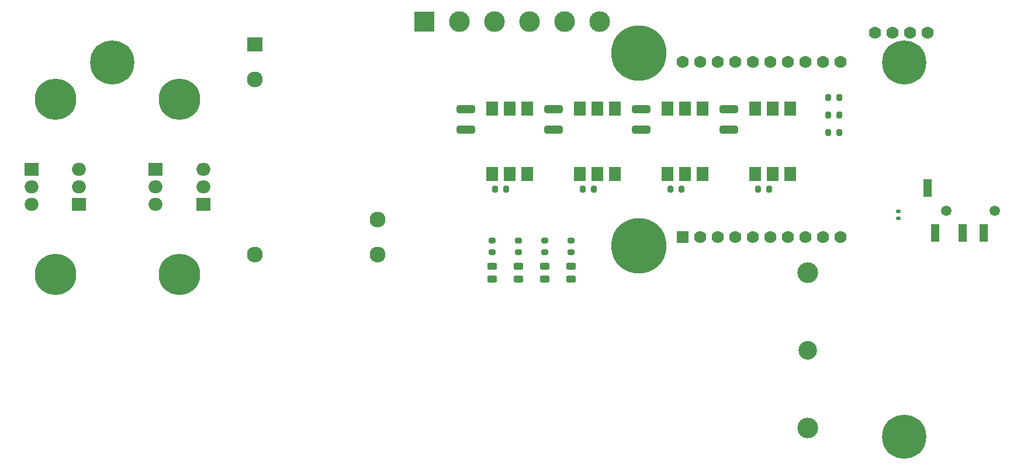
<source format=gbr>
%TF.GenerationSoftware,KiCad,Pcbnew,(7.0.0)*%
%TF.CreationDate,2024-03-10T11:48:43+01:00*%
%TF.ProjectId,bed-smart-plug,6265642d-736d-4617-9274-2d706c75672e,rev?*%
%TF.SameCoordinates,Original*%
%TF.FileFunction,Soldermask,Top*%
%TF.FilePolarity,Negative*%
%FSLAX46Y46*%
G04 Gerber Fmt 4.6, Leading zero omitted, Abs format (unit mm)*
G04 Created by KiCad (PCBNEW (7.0.0)) date 2024-03-10 11:48:43*
%MOMM*%
%LPD*%
G01*
G04 APERTURE LIST*
G04 Aperture macros list*
%AMRoundRect*
0 Rectangle with rounded corners*
0 $1 Rounding radius*
0 $2 $3 $4 $5 $6 $7 $8 $9 X,Y pos of 4 corners*
0 Add a 4 corners polygon primitive as box body*
4,1,4,$2,$3,$4,$5,$6,$7,$8,$9,$2,$3,0*
0 Add four circle primitives for the rounded corners*
1,1,$1+$1,$2,$3*
1,1,$1+$1,$4,$5*
1,1,$1+$1,$6,$7*
1,1,$1+$1,$8,$9*
0 Add four rect primitives between the rounded corners*
20,1,$1+$1,$2,$3,$4,$5,0*
20,1,$1+$1,$4,$5,$6,$7,0*
20,1,$1+$1,$6,$7,$8,$9,0*
20,1,$1+$1,$8,$9,$2,$3,0*%
G04 Aperture macros list end*
%ADD10RoundRect,0.243750X0.456250X-0.243750X0.456250X0.243750X-0.456250X0.243750X-0.456250X-0.243750X0*%
%ADD11R,3.000000X3.000000*%
%ADD12C,3.000000*%
%ADD13RoundRect,0.250000X1.075000X-0.312500X1.075000X0.312500X-1.075000X0.312500X-1.075000X-0.312500X0*%
%ADD14C,6.400000*%
%ADD15RoundRect,0.200000X-0.200000X-0.275000X0.200000X-0.275000X0.200000X0.275000X-0.200000X0.275000X0*%
%ADD16R,1.778000X1.778000*%
%ADD17C,1.778000*%
%ADD18C,1.500000*%
%ADD19R,1.200000X2.500000*%
%ADD20R,1.780000X2.000000*%
%ADD21R,2.000000X1.905000*%
%ADD22O,2.000000X1.905000*%
%ADD23R,2.300000X2.000000*%
%ADD24C,2.300000*%
%ADD25C,6.000000*%
%ADD26C,8.000000*%
%ADD27RoundRect,0.135000X0.185000X-0.135000X0.185000X0.135000X-0.185000X0.135000X-0.185000X-0.135000X0*%
%ADD28RoundRect,0.200000X-0.275000X0.200000X-0.275000X-0.200000X0.275000X-0.200000X0.275000X0.200000X0*%
%ADD29C,2.700000*%
G04 APERTURE END LIST*
D10*
%TO.C,D4*%
X160970000Y-92867500D03*
X160970000Y-90992500D03*
%TD*%
%TO.C,D1*%
X149540000Y-92867500D03*
X149540000Y-90992500D03*
%TD*%
D11*
%TO.C,J2*%
X139779999Y-55499999D03*
D12*
X144860000Y-55500000D03*
X149940000Y-55500000D03*
X155020000Y-55500000D03*
X160100000Y-55500000D03*
X165180000Y-55500000D03*
%TD*%
D13*
%TO.C,R14*%
X158430000Y-71167500D03*
X158430000Y-68242500D03*
%TD*%
D14*
%TO.C,*%
X209275000Y-115725000D03*
%TD*%
D15*
%TO.C,R3*%
X198245000Y-69070000D03*
X199895000Y-69070000D03*
%TD*%
D16*
%TO.C,U1*%
X177134999Y-86729999D03*
D17*
X179675000Y-86730000D03*
X182215000Y-86730000D03*
X184755000Y-86730000D03*
X187295000Y-86730000D03*
X189835000Y-86730000D03*
X192375000Y-86730000D03*
X194915000Y-86730000D03*
X197455000Y-86730000D03*
X199995000Y-86730000D03*
X199995000Y-61330000D03*
X197455000Y-61330000D03*
X194915000Y-61330000D03*
X192375000Y-61330000D03*
X189835000Y-61330000D03*
X187295000Y-61330000D03*
X184755000Y-61330000D03*
X182215000Y-61330000D03*
X179675000Y-61330000D03*
X177135000Y-61330000D03*
%TD*%
D15*
%TO.C,R9*%
X149985000Y-79865000D03*
X151635000Y-79865000D03*
%TD*%
D10*
%TO.C,D3*%
X157160000Y-92867500D03*
X157160000Y-90992500D03*
%TD*%
D13*
%TO.C,R15*%
X171130000Y-71167500D03*
X171130000Y-68242500D03*
%TD*%
D15*
%TO.C,R10*%
X162685000Y-79865000D03*
X164335000Y-79865000D03*
%TD*%
D18*
%TO.C,J1*%
X222363000Y-82920000D03*
X215363000Y-82920000D03*
D19*
X217762999Y-86169999D03*
X220762999Y-86169999D03*
X212662999Y-79669999D03*
X213762999Y-86169999D03*
%TD*%
D14*
%TO.C,*%
X94525000Y-61475000D03*
%TD*%
D20*
%TO.C,U5*%
X174939999Y-77644999D03*
X177479999Y-77644999D03*
X180019999Y-77644999D03*
X180019999Y-68114999D03*
X177479999Y-68114999D03*
X174939999Y-68114999D03*
%TD*%
D17*
%TO.C,U2*%
X205020000Y-57150000D03*
X207560000Y-57150000D03*
X210100000Y-57150000D03*
X212640000Y-57150000D03*
%TD*%
D10*
%TO.C,D2*%
X153350000Y-92867500D03*
X153350000Y-90992500D03*
%TD*%
D21*
%TO.C,Q3*%
X100814999Y-76919999D03*
D22*
X100814999Y-79459999D03*
X100814999Y-81999999D03*
%TD*%
D15*
%TO.C,R11*%
X175385000Y-79865000D03*
X177035000Y-79865000D03*
%TD*%
D21*
%TO.C,Q4*%
X107749999Y-81989999D03*
D22*
X107749999Y-79449999D03*
X107749999Y-76909999D03*
%TD*%
D21*
%TO.C,Q2*%
X89744999Y-82049999D03*
D22*
X89744999Y-79509999D03*
X89744999Y-76969999D03*
%TD*%
D15*
%TO.C,R4*%
X198245000Y-71610000D03*
X199895000Y-71610000D03*
%TD*%
D23*
%TO.C,PS1*%
X115199999Y-58819999D03*
D24*
X115200000Y-63900000D03*
X115200000Y-89300000D03*
X132980000Y-89300000D03*
X132980000Y-84220000D03*
%TD*%
D13*
%TO.C,R16*%
X183830000Y-71167500D03*
X183830000Y-68242500D03*
%TD*%
D20*
%TO.C,U6*%
X187639999Y-77644999D03*
X190179999Y-77644999D03*
X192719999Y-77644999D03*
X192719999Y-68114999D03*
X190179999Y-68114999D03*
X187639999Y-68114999D03*
%TD*%
D25*
%TO.C,HS1*%
X86295000Y-66820000D03*
X86295000Y-92220000D03*
%TD*%
D26*
%TO.C,*%
X170785000Y-60060000D03*
%TD*%
D27*
%TO.C,R1*%
X208400000Y-84060000D03*
X208400000Y-83040000D03*
%TD*%
D15*
%TO.C,R2*%
X198245000Y-66530000D03*
X199895000Y-66530000D03*
%TD*%
D13*
%TO.C,R13*%
X145730000Y-71167500D03*
X145730000Y-68242500D03*
%TD*%
D28*
%TO.C,R8*%
X160970000Y-87295000D03*
X160970000Y-88945000D03*
%TD*%
D21*
%TO.C,Q1*%
X82809999Y-76979999D03*
D22*
X82809999Y-79519999D03*
X82809999Y-82059999D03*
%TD*%
D15*
%TO.C,R12*%
X188085000Y-79865000D03*
X189735000Y-79865000D03*
%TD*%
D28*
%TO.C,R6*%
X153350000Y-87295000D03*
X153350000Y-88945000D03*
%TD*%
%TO.C,R7*%
X157160000Y-87295000D03*
X157160000Y-88945000D03*
%TD*%
%TO.C,R5*%
X149540000Y-87295000D03*
X149540000Y-88945000D03*
%TD*%
D20*
%TO.C,U4*%
X162239999Y-77644999D03*
X164779999Y-77644999D03*
X167319999Y-77644999D03*
X167319999Y-68114999D03*
X164779999Y-68114999D03*
X162239999Y-68114999D03*
%TD*%
D14*
%TO.C,*%
X209275000Y-61475000D03*
%TD*%
D25*
%TO.C,HS2*%
X104300000Y-66760000D03*
X104300000Y-92160000D03*
%TD*%
D29*
%TO.C,F1*%
X195260000Y-103180000D03*
D12*
X195260000Y-114430000D03*
X195260000Y-91930000D03*
%TD*%
D20*
%TO.C,U3*%
X149539999Y-77644999D03*
X152079999Y-77644999D03*
X154619999Y-77644999D03*
X154619999Y-68114999D03*
X152079999Y-68114999D03*
X149539999Y-68114999D03*
%TD*%
D26*
%TO.C,*%
X170785000Y-88000000D03*
%TD*%
M02*

</source>
